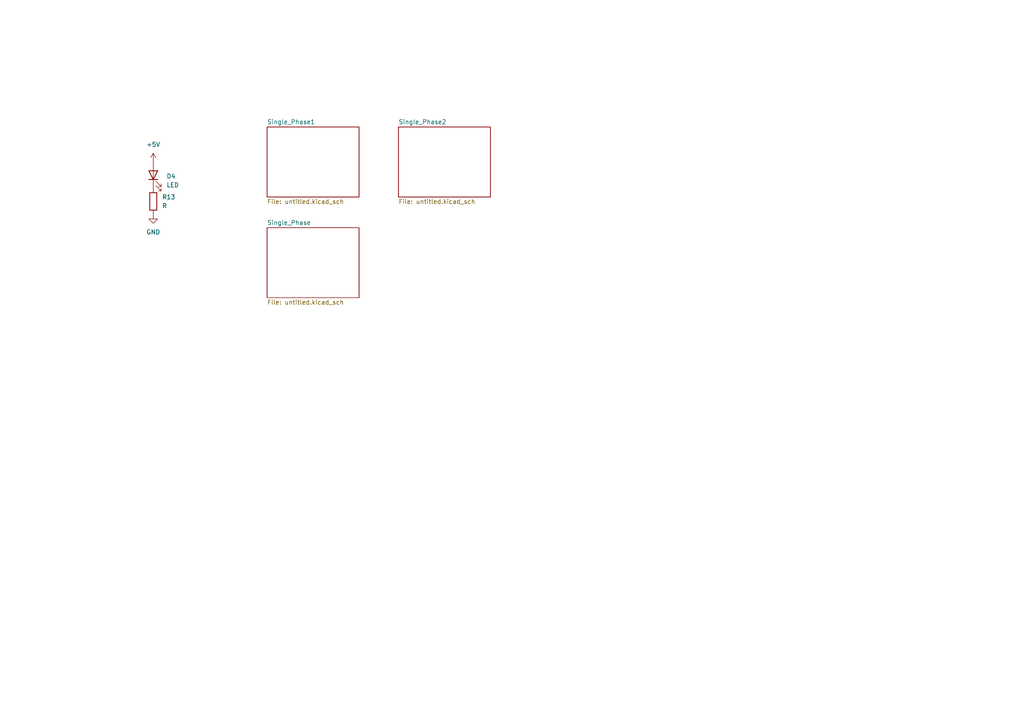
<source format=kicad_sch>
(kicad_sch (version 20230121) (generator eeschema)
  (paper "A4")
  (lib_symbols
    (symbol "Device:LED" (pin_numbers hide) (pin_names (offset 1.016) hide)
      (property "Reference" "D" (at 0 2.54 0))
      (property "Value" "LED" (at 0 -2.54 0))
      (symbol "LED_0_1"
        (polyline (pts (xy -1.27 -1.27) (xy -1.27 1.27)) (stroke (width 0.254)))
        (polyline (pts (xy -1.27 0) (xy 1.27 0)))
        (polyline (pts (xy 1.27 -1.27) (xy 1.27 1.27) (xy -1.27 0) (xy 1.27 -1.27)) (stroke (width 0.254)))
        (polyline (pts (xy -3.048 -0.762) (xy -4.572 -2.286) (xy -3.81 -2.286) (xy -4.572 -2.286) (xy -4.572 -1.524)))
        (polyline (pts (xy -1.778 -0.762) (xy -3.302 -2.286) (xy -2.54 -2.286) (xy -3.302 -2.286) (xy -3.302 -1.524)))
      )
      (symbol "LED_1_1"
        (pin passive line (at -3.81 0 0) (length 2.54) (name "K") (number "1"))
        (pin passive line (at 3.81 0 180) (length 2.54) (name "A") (number "2"))
      )
    )
    (symbol "Device:R" (pin_numbers hide) (pin_names (offset 0))
      (property "Reference" "R" (at 2.032 0 90))
      (property "Value" "R" (at 0 0 90))
      (symbol "R_0_1"
        (rectangle (start -1.016 -2.54) (end 1.016 2.54) (stroke (width 0.254)))
      )
      (symbol "R_1_1"
        (pin passive line (at 0 3.81 270) (length 1.27) (name "~") (number "1"))
        (pin passive line (at 0 -3.81 90) (length 1.27) (name "~") (number "2"))
      )
    )
    (symbol "power:+5V" (power) (pin_names (offset 0))
      (property "Value" "+5V" (at 0 3.556 0))
      (symbol "+5V_0_1"
        (polyline (pts (xy -0.762 1.27) (xy 0 2.54)))
        (polyline (pts (xy 0 0) (xy 0 2.54)))
        (polyline (pts (xy 0 2.54) (xy 0.762 1.27)))
      )
      (symbol "+5V_1_1"
        (pin power_in line (at 0 0 90) (length 0) hide (name "+5V") (number "1"))
      )
    )
    (symbol "power:GND" (power) (pin_names (offset 0))
      (property "Value" "GND" (at 0 -3.81 0))
      (symbol "GND_0_1"
        (polyline (pts (xy 0 0) (xy 0 -1.27) (xy 1.27 -1.27) (xy 0 -2.54) (xy -1.27 -1.27) (xy 0 -1.27)))
      )
      (symbol "GND_1_1"
        (pin power_in line (at 0 0 270) (length 0) hide (name "GND") (number "1"))
      )
    )
  )
  (symbol (lib_id "Device:R") (at 44.45 58.42 0) (unit 1)
    (property "Reference" "R13" (at 46.99 57.15 0) (effects (justify left)))
    (property "Value" "R" (at 46.99 59.69 0) (effects (justify left)))
    (property "Footprint" "Resistor_SMD:R_0603_1608Metric" (effects hide))
  )
  (symbol (lib_id "power:+5V") (at 44.45 46.99 0) (unit 1)
    (property "Reference" "#PWR058" (effects hide))
    (property "Value" "+5V" (at 44.45 41.91 0))
  )
  (symbol (lib_id "power:GND") (at 44.45 62.23 0) (unit 1)
    (property "Reference" "#PWR059" (effects hide))
    (property "Value" "GND" (at 44.45 67.31 0))
  )
  (symbol (lib_id "Device:LED") (at 44.45 50.8 90) (unit 1)
    (property "Reference" "D4" (at 48.26 51.1175 90) (effects (justify right)))
    (property "Value" "LED" (at 48.26 53.6575 90) (effects (justify right)))
    (property "Footprint" "Resistor_SMD:R_0603_1608Metric" (effects hide))
  )
  (sheet (at 77.47 36.83) (size 26.67 20.32) (stroke (width 0.1524))
    (property "Sheetname" "Single_Phase1" (at 77.47 36.1184 0) (effects (justify left bottom)))
    (property "Sheetfile" "untitled.kicad_sch" (at 77.47 57.7346 0) (effects (justify left top)))
  )
  (sheet (at 115.57 36.83) (size 26.67 20.32) (stroke (width 0.1524))
    (property "Sheetname" "Single_Phase2" (at 115.57 36.1184 0) (effects (justify left bottom)))
    (property "Sheetfile" "untitled.kicad_sch" (at 115.57 57.7346 0) (effects (justify left top)))
  )
  (sheet (at 77.47 66.04) (size 26.67 20.32) (stroke (width 0.1524))
    (property "Sheetname" "Single_Phase" (at 77.47 65.3284 0) (effects (justify left bottom)))
    (property "Sheetfile" "untitled.kicad_sch" (at 77.47 86.9446 0) (effects (justify left top)))
  )
)
</source>
